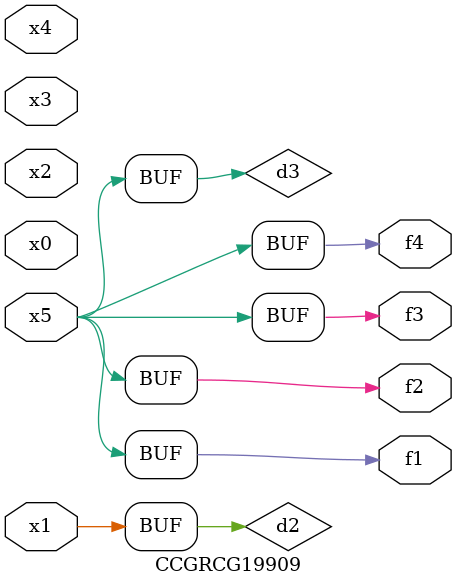
<source format=v>
module CCGRCG19909(
	input x0, x1, x2, x3, x4, x5,
	output f1, f2, f3, f4
);

	wire d1, d2, d3;

	not (d1, x5);
	or (d2, x1);
	xnor (d3, d1);
	assign f1 = d3;
	assign f2 = d3;
	assign f3 = d3;
	assign f4 = d3;
endmodule

</source>
